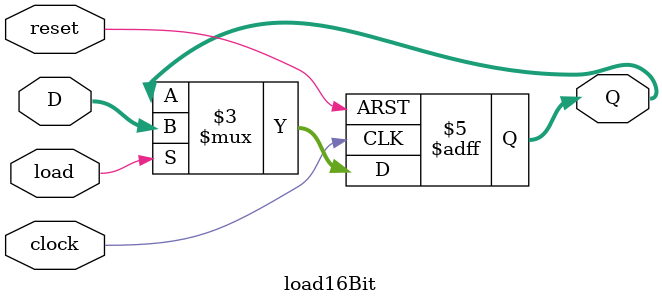
<source format=v>
`timescale 1ns / 1ps
module load16Bit(reset, clock, load, D, Q);

input reset, clock, load;
input	 		[15:0] D;
output reg  [15:0] Q;


	always@(posedge clock, posedge reset)
		if(reset)
			Q <= 16'b0;
			
		else if(load)
			Q <= D;
			
		else 
			Q <= Q;

endmodule

</source>
